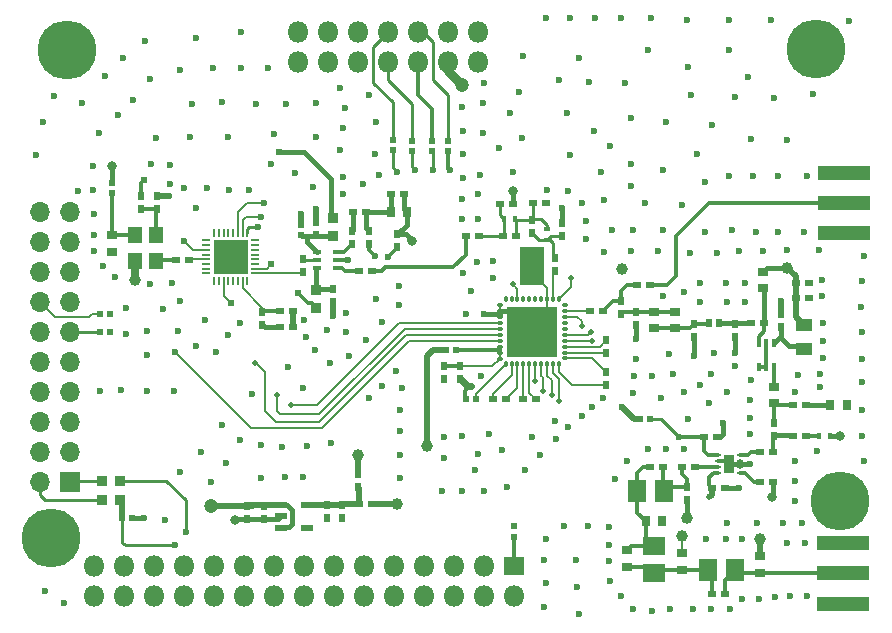
<source format=gbr>
%TF.GenerationSoftware,KiCad,Pcbnew,8.0.6*%
%TF.CreationDate,2024-11-23T19:50:46+06:00*%
%TF.ProjectId,sicomm_slaveboard_BK4819_v2,7369636f-6d6d-45f7-936c-617665626f61,rev?*%
%TF.SameCoordinates,Original*%
%TF.FileFunction,Copper,L1,Top*%
%TF.FilePolarity,Positive*%
%FSLAX46Y46*%
G04 Gerber Fmt 4.6, Leading zero omitted, Abs format (unit mm)*
G04 Created by KiCad (PCBNEW 8.0.6) date 2024-11-23 19:50:46*
%MOMM*%
%LPD*%
G01*
G04 APERTURE LIST*
%TA.AperFunction,SMDPad,CuDef*%
%ADD10R,4.200000X4.200000*%
%TD*%
%TA.AperFunction,SMDPad,CuDef*%
%ADD11R,2.000000X3.200000*%
%TD*%
%TA.AperFunction,SMDPad,CuDef*%
%ADD12R,0.565700X0.540000*%
%TD*%
%TA.AperFunction,SMDPad,CuDef*%
%ADD13R,0.540000X0.790100*%
%TD*%
%TA.AperFunction,SMDPad,CuDef*%
%ADD14R,0.790100X0.540000*%
%TD*%
%TA.AperFunction,SMDPad,CuDef*%
%ADD15R,0.864000X0.800000*%
%TD*%
%TA.AperFunction,SMDPad,CuDef*%
%ADD16R,1.377000X1.132500*%
%TD*%
%TA.AperFunction,SMDPad,CuDef*%
%ADD17R,0.350000X0.780000*%
%TD*%
%TA.AperFunction,SMDPad,CuDef*%
%ADD18R,4.500000X1.300000*%
%TD*%
%TA.AperFunction,SMDPad,CuDef*%
%ADD19R,0.400000X0.550000*%
%TD*%
%TA.AperFunction,SMDPad,CuDef*%
%ADD20R,1.200000X1.400000*%
%TD*%
%TA.AperFunction,SMDPad,CuDef*%
%ADD21R,0.200000X0.700000*%
%TD*%
%TA.AperFunction,SMDPad,CuDef*%
%ADD22R,2.900000X2.900000*%
%TD*%
%TA.AperFunction,SMDPad,CuDef*%
%ADD23R,0.700000X0.200000*%
%TD*%
%TA.AperFunction,SMDPad,CuDef*%
%ADD24R,0.900000X0.800000*%
%TD*%
%TA.AperFunction,SMDPad,CuDef*%
%ADD25R,0.780000X0.350000*%
%TD*%
%TA.AperFunction,SMDPad,CuDef*%
%ADD26R,0.540000X0.565700*%
%TD*%
%TA.AperFunction,SMDPad,CuDef*%
%ADD27R,0.864000X0.806500*%
%TD*%
%TA.AperFunction,SMDPad,CuDef*%
%ADD28R,0.800000X0.864000*%
%TD*%
%TA.AperFunction,SMDPad,CuDef*%
%ADD29R,0.800000X0.900000*%
%TD*%
%TA.AperFunction,SMDPad,CuDef*%
%ADD30R,1.836000X1.485000*%
%TD*%
%TA.AperFunction,SMDPad,CuDef*%
%ADD31R,1.485000X1.836000*%
%TD*%
%TA.AperFunction,SMDPad,CuDef*%
%ADD32R,0.550000X0.400000*%
%TD*%
%TA.AperFunction,SMDPad,CuDef*%
%ADD33R,0.500000X0.648000*%
%TD*%
%TA.AperFunction,SMDPad,CuDef*%
%ADD34R,0.806500X0.864000*%
%TD*%
%TA.AperFunction,SMDPad,CuDef*%
%ADD35R,1.000000X0.600000*%
%TD*%
%TA.AperFunction,SMDPad,CuDef*%
%ADD36O,0.300000X0.600000*%
%TD*%
%TA.AperFunction,SMDPad,CuDef*%
%ADD37O,0.600000X0.300000*%
%TD*%
%TA.AperFunction,SMDPad,CuDef*%
%ADD38R,0.505000X0.280000*%
%TD*%
%TA.AperFunction,SMDPad,CuDef*%
%ADD39R,0.900000X1.650000*%
%TD*%
%TA.AperFunction,ComponentPad*%
%ADD40O,1.800000X1.800000*%
%TD*%
%TA.AperFunction,ComponentPad*%
%ADD41O,1.700000X1.700000*%
%TD*%
%TA.AperFunction,ComponentPad*%
%ADD42R,1.700000X1.700000*%
%TD*%
%TA.AperFunction,ComponentPad*%
%ADD43R,1.800000X1.574800*%
%TD*%
%TA.AperFunction,ComponentPad*%
%ADD44O,5.000000X5.000000*%
%TD*%
%TA.AperFunction,ViaPad*%
%ADD45C,0.600000*%
%TD*%
%TA.AperFunction,ViaPad*%
%ADD46C,0.500000*%
%TD*%
%TA.AperFunction,ViaPad*%
%ADD47C,1.200000*%
%TD*%
%TA.AperFunction,ViaPad*%
%ADD48C,1.000000*%
%TD*%
%TA.AperFunction,ViaPad*%
%ADD49C,0.800000*%
%TD*%
%TA.AperFunction,ViaPad*%
%ADD50C,0.620000*%
%TD*%
%TA.AperFunction,Conductor*%
%ADD51C,0.200000*%
%TD*%
%TA.AperFunction,Conductor*%
%ADD52C,0.400000*%
%TD*%
%TA.AperFunction,Conductor*%
%ADD53C,0.500000*%
%TD*%
%TA.AperFunction,Conductor*%
%ADD54C,0.700000*%
%TD*%
%TA.AperFunction,Conductor*%
%ADD55C,0.600000*%
%TD*%
%TA.AperFunction,Conductor*%
%ADD56C,0.800000*%
%TD*%
%TA.AperFunction,Conductor*%
%ADD57C,0.300000*%
%TD*%
%TA.AperFunction,Conductor*%
%ADD58C,0.150000*%
%TD*%
%TA.AperFunction,Conductor*%
%ADD59C,0.250000*%
%TD*%
G04 APERTURE END LIST*
D10*
%TO.P,Pad_gge255906,3*%
%TO.N,GND*%
X33147000Y-10376900D03*
%TD*%
D11*
%TO.P,Pad_gge257249,4*%
%TO.N,GND*%
X33147000Y-4788900D03*
%TD*%
D12*
%TO.P,R6,2*%
%TO.N,U44_5*%
X43104800Y-17742900D03*
%TO.P,R6,1*%
%TO.N,A3V3_3811*%
X42239200Y-17742900D03*
%TD*%
D13*
%TO.P,C7,2*%
%TO.N,U4_4*%
X54229000Y-9943100D03*
%TO.P,C7,1*%
%TO.N,GND*%
X54229000Y-8852900D03*
%TD*%
D14*
%TO.P,C13,2*%
%TO.N,NC_2*%
X56298100Y-19177000D03*
%TO.P,C13,1*%
%TO.N,C35_2*%
X55207900Y-19177000D03*
%TD*%
D15*
%TO.P,L6,2*%
%TO.N,A3V3_3811*%
X52705000Y-5269100D03*
%TO.P,L6,1*%
%TO.N,C26_1*%
X52705000Y-6668900D03*
%TD*%
D16*
%TO.P,R8,2*%
%TO.N,A3V3_3811*%
X56134000Y-9795000D03*
%TO.P,R8,1*%
%TO.N,U4_4*%
X56134000Y-11795000D03*
%TD*%
D17*
%TO.P,U4,1*%
%TO.N,GND*%
X52309000Y-13309100D03*
%TO.P,U4,2*%
X52959000Y-13309100D03*
%TO.P,U4,3*%
%TO.N,L1_1*%
X53609000Y-13309100D03*
%TO.P,U4,4*%
%TO.N,U4_4*%
X53609000Y-11328900D03*
%TO.P,U4,5*%
%TO.N,GND*%
X52959000Y-11328900D03*
%TO.P,U4,6*%
%TO.N,C26_1*%
X52309000Y-11328900D03*
%TD*%
D18*
%TO.P,LNA_IN,1*%
%TO.N,GND*%
X59563000Y3058000D03*
%TO.P,LNA_IN,2*%
X59563000Y-2042000D03*
%TO.P,LNA_IN,5*%
%TO.N,LNA_IN_5*%
X59563000Y508100D03*
%TD*%
D19*
%TO.P,NC,2*%
%TO.N,NC_2*%
X57462000Y-19177100D03*
%TO.P,NC,1*%
%TO.N,GND*%
X58361900Y-19177100D03*
%TD*%
D14*
%TO.P,C3,2*%
%TO.N,LNA_IN_5*%
X43090100Y-6439900D03*
%TO.P,C3,1*%
%TO.N,RF_RX_LNAOUT*%
X41999900Y-6439900D03*
%TD*%
D13*
%TO.P,C12,2*%
%TO.N,L15_2*%
X40640000Y-8890000D03*
%TO.P,C12,1*%
%TO.N,RF_RX_LNAOUT*%
X40640000Y-7799800D03*
%TD*%
%TO.P,U2,2*%
%TO.N,C254_1*%
X0Y0D03*
%TO.P,U2,1*%
%TO.N,A3V3_4819*%
X0Y1090200D03*
%TD*%
D14*
%TO.P,C26,2*%
%TO.N,L14_1*%
X51651900Y-9614900D03*
%TO.P,C26,1*%
%TO.N,C26_1*%
X52742100Y-9614900D03*
%TD*%
D20*
%TO.P,X2,1*%
%TO.N,X2_1*%
X-494000Y-2164800D03*
%TO.P,X2,2*%
%TO.N,GND*%
X-494000Y-4365000D03*
%TO.P,X2,3*%
%TO.N,X2_3*%
X1256000Y-4365000D03*
%TO.P,X2,4*%
%TO.N,C254_1*%
X1256000Y-2164800D03*
%TD*%
D21*
%TO.P,BK4819,9*%
%TO.N,N/C*%
X6220000Y-6084000D03*
%TO.P,BK4819,10*%
X6620000Y-6084000D03*
%TO.P,BK4819,11*%
%TO.N,A3V3_4819*%
X7020100Y-6084000D03*
%TO.P,BK4819,12*%
%TO.N,N/C*%
X7420100Y-6084000D03*
%TO.P,BK4819,13*%
X7819900Y-6084000D03*
%TO.P,BK4819,14*%
X8219900Y-6084000D03*
%TO.P,BK4819,15*%
%TO.N,BK4819_15*%
X8620000Y-6084000D03*
%TO.P,BK4819,16*%
%TO.N,N/C*%
X9020000Y-6084000D03*
%TO.P,BK4819,25*%
%TO.N,SPI3_SCK*%
X9020000Y-1970000D03*
%TO.P,BK4819,26*%
%TO.N,LD_SPI3_CS*%
X8620000Y-1970000D03*
%TO.P,BK4819,27*%
%TO.N,SPI3_MOSI*%
X8219900Y-1970000D03*
%TO.P,BK4819,28*%
%TO.N,N/C*%
X7819900Y-1970000D03*
%TO.P,BK4819,29*%
X7420100Y-1970000D03*
%TO.P,BK4819,30*%
X7020100Y-1970000D03*
%TO.P,BK4819,31*%
X6620000Y-1970000D03*
%TO.P,BK4819,32*%
X6220000Y-1970000D03*
D22*
%TO.P,BK4819,33*%
%TO.N,GND*%
X7620000Y-4027200D03*
D23*
%TO.P,BK4819,1*%
%TO.N,N/C*%
X5563100Y-2627100D03*
%TO.P,BK4819,2*%
X5563100Y-3026900D03*
%TO.P,BK4819,3*%
%TO.N,A3V3_4819*%
X5563100Y-3427000D03*
%TO.P,BK4819,4*%
%TO.N,N/C*%
X5563100Y-3827000D03*
%TO.P,BK4819,5*%
%TO.N,XI*%
X5563100Y-4227100D03*
%TO.P,BK4819,6*%
%TO.N,N/C*%
X5563100Y-4627100D03*
%TO.P,BK4819,7*%
X5563100Y-5026900D03*
%TO.P,BK4819,8*%
X5563100Y-5426900D03*
%TO.P,BK4819,17*%
%TO.N,RF_TX_4819*%
X9676900Y-5426900D03*
%TO.P,BK4819,18*%
%TO.N,BK4819_18*%
X9676900Y-5026900D03*
%TO.P,BK4819,19*%
%TO.N,N/C*%
X9676900Y-4627100D03*
%TO.P,BK4819,20*%
X9676900Y-4227100D03*
%TO.P,BK4819,21*%
X9676900Y-3827000D03*
%TO.P,BK4819,22*%
X9676900Y-3427000D03*
%TO.P,BK4819,23*%
X9676900Y-3026900D03*
%TO.P,BK4819,24*%
X9676900Y-2627100D03*
%TD*%
D14*
%TO.P,C25,2*%
%TO.N,C105_2*%
X21171900Y1307100D03*
%TO.P,C25,1*%
%TO.N,C103_1*%
X22262100Y1307100D03*
%TD*%
D13*
%TO.P,C209,2*%
%TO.N,PE4259_6*%
X16256000Y-6783800D03*
%TO.P,C209,1*%
%TO.N,GND*%
X16256000Y-7874000D03*
%TD*%
%TO.P,C210,2*%
%TO.N,RF_TX_4819*%
X13716000Y-5334000D03*
%TO.P,C210,1*%
%TO.N,PE4259_5*%
X13716000Y-4243800D03*
%TD*%
%TO.P,C211,2*%
%TO.N,PE4259_4*%
X14859000Y-2159000D03*
%TO.P,C211,1*%
%TO.N,GND*%
X14859000Y-1068800D03*
%TD*%
%TO.P,C212,2*%
%TO.N,PE4259_3*%
X17907000Y-2921000D03*
%TO.P,C212,1*%
%TO.N,RF_TX*%
X17907000Y-1830800D03*
%TD*%
D14*
%TO.P,C213,2*%
%TO.N,PE4259_1*%
X18504900Y-5207000D03*
%TO.P,C213,1*%
%TO.N,3811_RXLO*%
X19595100Y-5207000D03*
%TD*%
%TO.P,C224,2*%
%TO.N,XI*%
X4101100Y-4280900D03*
%TO.P,C224,1*%
%TO.N,X2_3*%
X3010900Y-4280900D03*
%TD*%
D24*
%TO.P,C225,2*%
%TO.N,GND*%
X-2413000Y-3583900D03*
%TO.P,C225,1*%
%TO.N,X2_1*%
X-2413000Y-2183900D03*
%TD*%
D13*
%TO.P,C228,2*%
%TO.N,C228_2*%
X10287000Y-9779000D03*
%TO.P,C228,1*%
%TO.N,BK4819_15*%
X10287000Y-8688800D03*
%TD*%
%TO.P,C254,2*%
%TO.N,GND*%
X1397000Y1090200D03*
%TO.P,C254,1*%
%TO.N,C254_1*%
X1397000Y0D03*
%TD*%
D14*
%TO.P,L45,2*%
%TO.N,GND*%
X12864100Y-8598900D03*
%TO.P,L45,1*%
%TO.N,BK4819_15*%
X11773900Y-8598900D03*
%TD*%
%TO.P,L46,2*%
%TO.N,C228_2*%
X11773900Y-9995900D03*
%TO.P,L46,1*%
%TO.N,GND*%
X12864100Y-9995900D03*
%TD*%
D25*
%TO.P,PE4259,1*%
%TO.N,PE4259_1*%
X16588000Y-4930900D03*
%TO.P,PE4259,2*%
%TO.N,GND*%
X16588000Y-4280900D03*
%TO.P,PE4259,3*%
%TO.N,PE4259_3*%
X16588000Y-3630900D03*
%TO.P,PE4259,4*%
%TO.N,PE4259_4*%
X14908000Y-3630900D03*
%TO.P,PE4259,5*%
%TO.N,PE4259_5*%
X14908000Y-4280900D03*
%TO.P,PE4259,6*%
%TO.N,PE4259_6*%
X14908000Y-4930900D03*
%TD*%
D26*
%TO.P,R1,2*%
%TO.N,GND*%
X13589000Y-1308100D03*
%TO.P,R1,1*%
%TO.N,PE4259_4*%
X13589000Y-2173700D03*
%TD*%
D27*
%TO.P,R12,2*%
%TO.N,PE4259_CTL_LMX_CE*%
X16256000Y-733500D03*
%TO.P,R12,1*%
%TO.N,PE4259_4*%
X16256000Y-2240300D03*
%TD*%
%TO.P,R108,2*%
%TO.N,A3V3_4819*%
X14859000Y-8336300D03*
%TO.P,R108,1*%
%TO.N,PE4259_6*%
X14859000Y-6829500D03*
%TD*%
D26*
%TO.P,R115,2*%
%TO.N,X2_1*%
X-2413000Y1345200D03*
%TO.P,R115,1*%
%TO.N,MODR*%
X-2413000Y2210800D03*
%TD*%
D14*
%TO.P,C10,2*%
%TO.N,U44_5*%
X47714900Y-19266900D03*
%TO.P,C10,1*%
%TO.N,GND*%
X48805100Y-19266900D03*
%TD*%
%TO.P,C11,2*%
%TO.N,U44_8*%
X48349900Y-23584900D03*
%TO.P,C11,1*%
%TO.N,GND*%
X49440100Y-23584900D03*
%TD*%
D12*
%TO.P,R7,2*%
%TO.N,GND*%
X-710200Y-26162000D03*
%TO.P,R7,1*%
%TO.N,U44_8*%
X-1575800Y-26162000D03*
%TD*%
D14*
%TO.P,C8,2*%
%TO.N,A3V3_3811*%
X55461900Y-7493000D03*
%TO.P,C8,1*%
%TO.N,GND*%
X56552100Y-7493000D03*
%TD*%
%TO.P,C9,2*%
%TO.N,GND*%
X56552100Y-6223000D03*
%TO.P,C9,1*%
%TO.N,A3V3_3811*%
X55461900Y-6223000D03*
%TD*%
%TO.P,C6,2*%
%TO.N,C55_1*%
X55207900Y-16599900D03*
%TO.P,C6,1*%
%TO.N,C6_1*%
X56298100Y-16599900D03*
%TD*%
D28*
%TO.P,L2,2*%
%TO.N,GND*%
X59755000Y-16599900D03*
%TO.P,L2,1*%
%TO.N,C6_1*%
X58355000Y-16599900D03*
%TD*%
D13*
%TO.P,U1,2*%
%TO.N,A3V3_4819*%
X18415000Y-22404800D03*
%TO.P,U1,1*%
%TO.N,A3V3*%
X18415000Y-23495000D03*
%TD*%
D18*
%TO.P,ANT,1*%
%TO.N,GND*%
X59436000Y-28274000D03*
%TO.P,ANT,2*%
X59436000Y-33373800D03*
%TO.P,ANT,5*%
%TO.N,L4_1*%
X59436000Y-30823900D03*
%TD*%
D13*
%TO.P,C1,2*%
%TO.N,GND*%
X10414000Y-26199100D03*
%TO.P,C1,1*%
%TO.N,VBAT*%
X10414000Y-25108900D03*
%TD*%
D14*
%TO.P,C20,2*%
%TO.N,U23_34*%
X32347900Y-16091900D03*
%TO.P,C20,1*%
%TO.N,U23_35*%
X33438100Y-16091900D03*
%TD*%
D13*
%TO.P,C22,2*%
%TO.N,U23_1*%
X39370000Y-13768800D03*
%TO.P,C22,1*%
%TO.N,U23_40*%
X39370000Y-14859000D03*
%TD*%
D24*
%TO.P,C28,2*%
%TO.N,L3_1*%
X45847000Y-30507900D03*
%TO.P,C28,1*%
%TO.N,GND*%
X45847000Y-29107900D03*
%TD*%
D14*
%TO.P,C29,2*%
%TO.N,L3_1*%
X48349900Y-32601900D03*
%TO.P,C29,1*%
%TO.N,L4_1*%
X49440100Y-32601900D03*
%TD*%
%TO.P,C30,2*%
%TO.N,U44_7*%
X46900100Y-21806900D03*
%TO.P,C30,1*%
%TO.N,L5_2*%
X45809900Y-21806900D03*
%TD*%
D29*
%TO.P,C31,2*%
%TO.N,L3_2*%
X42734000Y-26378900D03*
%TO.P,C31,1*%
%TO.N,GND*%
X44134000Y-26378900D03*
%TD*%
D14*
%TO.P,C32,2*%
%TO.N,L5_2*%
X44233100Y-21806900D03*
%TO.P,C32,1*%
%TO.N,L3_2*%
X43142900Y-21806900D03*
%TD*%
D24*
%TO.P,C33,2*%
%TO.N,L3_2*%
X41148000Y-28853900D03*
%TO.P,C33,1*%
%TO.N,L3_1*%
X41148000Y-30253900D03*
%TD*%
D13*
%TO.P,C34,2*%
%TO.N,L5_2*%
X46228000Y-23547800D03*
%TO.P,C34,1*%
%TO.N,GND*%
X46228000Y-24638000D03*
%TD*%
D14*
%TO.P,C35,2*%
%TO.N,C35_2*%
X53504100Y-20536900D03*
%TO.P,C35,1*%
%TO.N,RX_IN*%
X52413900Y-20536900D03*
%TD*%
D24*
%TO.P,C41,2*%
%TO.N,GND*%
X52451000Y-29361900D03*
%TO.P,C41,1*%
%TO.N,L4_1*%
X52451000Y-30761900D03*
%TD*%
D14*
%TO.P,C54,2*%
%TO.N,C103_1*%
X53504100Y-23076900D03*
%TO.P,C54,1*%
%TO.N,U44_1*%
X52413900Y-23076900D03*
%TD*%
D13*
%TO.P,C55,2*%
%TO.N,C35_2*%
X53594000Y-19177000D03*
%TO.P,C55,1*%
%TO.N,C55_1*%
X53594000Y-18086800D03*
%TD*%
%TO.P,C58,2*%
%TO.N,GND*%
X50292000Y-10795000D03*
%TO.P,C58,1*%
%TO.N,L14_1*%
X50292000Y-9704800D03*
%TD*%
%TO.P,C59,2*%
%TO.N,GND*%
X46863000Y-10795000D03*
%TO.P,C59,1*%
%TO.N,L14_2*%
X46863000Y-9704800D03*
%TD*%
%TO.P,C60,2*%
%TO.N,GND*%
X41910000Y-9779000D03*
%TO.P,C60,1*%
%TO.N,L15_2*%
X41910000Y-8688800D03*
%TD*%
D24*
%TO.P,C61,2*%
%TO.N,L15_2*%
X45212000Y-8660900D03*
%TO.P,C61,1*%
%TO.N,L14_2*%
X45212000Y-10060900D03*
%TD*%
D13*
%TO.P,C103,2*%
%TO.N,GND*%
X21717000Y-3212100D03*
%TO.P,C103,1*%
%TO.N,C103_1*%
X21717000Y-2121900D03*
%TD*%
D14*
%TO.P,C105,2*%
%TO.N,C105_2*%
X19087100Y-216900D03*
%TO.P,C105,1*%
%TO.N,RF_TX*%
X17996900Y-216900D03*
%TD*%
D13*
%TO.P,C129,2*%
%TO.N,GND*%
X19304000Y-2921000D03*
%TO.P,C129,1*%
%TO.N,C105_2*%
X19304000Y-1830800D03*
%TD*%
%TO.P,C160,2*%
%TO.N,GND*%
X15748000Y-26162000D03*
%TO.P,C160,1*%
%TO.N,A3V3*%
X15748000Y-25071800D03*
%TD*%
%TO.P,C161,2*%
%TO.N,A3V3*%
X17018000Y-25071800D03*
%TO.P,C161,1*%
%TO.N,GND*%
X17018000Y-26162000D03*
%TD*%
%TO.P,C163,2*%
%TO.N,VBAT*%
X9017000Y-25108900D03*
%TO.P,C163,1*%
%TO.N,GND*%
X9017000Y-26199100D03*
%TD*%
D14*
%TO.P,C235,2*%
%TO.N,C235_2*%
X30898100Y-16091900D03*
%TO.P,C235,1*%
%TO.N,C235_1*%
X29807900Y-16091900D03*
%TD*%
D13*
%TO.P,C236,2*%
%TO.N,GND*%
X25654000Y-14351000D03*
%TO.P,C236,1*%
%TO.N,C236_1*%
X25654000Y-13260800D03*
%TD*%
%TO.P,C237,2*%
%TO.N,C236_1*%
X27051000Y-13260800D03*
%TO.P,C237,1*%
%TO.N,GND*%
X27051000Y-14351000D03*
%TD*%
D14*
%TO.P,C238,2*%
%TO.N,3811_RXLO*%
X27521900Y-2248900D03*
%TO.P,C238,1*%
%TO.N,C238_1*%
X28612100Y-2248900D03*
%TD*%
%TO.P,C239,2*%
%TO.N,GND*%
X34327100Y545100D03*
%TO.P,C239,1*%
%TO.N,C239_1*%
X33236900Y545100D03*
%TD*%
%TO.P,C240,2*%
%TO.N,GND*%
X31533100Y418100D03*
%TO.P,C240,1*%
%TO.N,C238_1*%
X30442900Y418100D03*
%TD*%
D13*
%TO.P,C241,2*%
%TO.N,GND*%
X35687000Y-1195800D03*
%TO.P,C241,1*%
%TO.N,C241_1*%
X35687000Y-2286000D03*
%TD*%
D14*
%TO.P,C242,2*%
%TO.N,C238_1*%
X30696900Y-2248900D03*
%TO.P,C242,1*%
%TO.N,C239_1*%
X31787100Y-2248900D03*
%TD*%
D13*
%TO.P,C243,2*%
%TO.N,C241_1*%
X33147000Y-2032000D03*
%TO.P,C243,1*%
%TO.N,C239_1*%
X33147000Y-941800D03*
%TD*%
%TO.P,C244,2*%
%TO.N,C241_1*%
X35052000Y-4116800D03*
%TO.P,C244,1*%
%TO.N,C244_1*%
X35052000Y-5207000D03*
%TD*%
D14*
%TO.P,C245,2*%
%TO.N,RF_RX_LNAOUT*%
X39153100Y-8598900D03*
%TO.P,C245,1*%
%TO.N,C245_1*%
X38062900Y-8598900D03*
%TD*%
D13*
%TO.P,C246,2*%
%TO.N,C246_2*%
X39370000Y-11101800D03*
%TO.P,C246,1*%
%TO.N,C246_1*%
X39370000Y-12192000D03*
%TD*%
D15*
%TO.P,L1,1*%
%TO.N,L1_1*%
X53594000Y-15010900D03*
%TO.P,L1,2*%
%TO.N,C55_1*%
X53594000Y-16410900D03*
%TD*%
D30*
%TO.P,L3,2*%
%TO.N,L3_2*%
X43434000Y-28538400D03*
%TO.P,L3,1*%
%TO.N,L3_1*%
X43434000Y-30823400D03*
%TD*%
D31*
%TO.P,L4,2*%
%TO.N,L3_1*%
X48006500Y-30569900D03*
%TO.P,L4,1*%
%TO.N,L4_1*%
X50291500Y-30569900D03*
%TD*%
%TO.P,L5,2*%
%TO.N,L5_2*%
X44322500Y-23838900D03*
%TO.P,L5,1*%
%TO.N,L3_2*%
X42037500Y-23838900D03*
%TD*%
D19*
%TO.P,L7,2*%
%TO.N,C239_1*%
X31692100Y-851900D03*
%TO.P,L7,1*%
%TO.N,C238_1*%
X30791900Y-851900D03*
%TD*%
D32*
%TO.P,L8,2*%
%TO.N,C241_1*%
X34417000Y-2572000D03*
%TO.P,L8,1*%
%TO.N,C239_1*%
X34417000Y-1671800D03*
%TD*%
D33*
%TO.P,L14,1*%
%TO.N,L14_1*%
X48947800Y-9614900D03*
%TO.P,L14,2*%
%TO.N,L14_2*%
X48080200Y-9614900D03*
%TD*%
D15*
%TO.P,L15,2*%
%TO.N,L15_2*%
X43434000Y-8660900D03*
%TO.P,L15,1*%
%TO.N,L14_2*%
X43434000Y-10060900D03*
%TD*%
D28*
%TO.P,L54,2*%
%TO.N,C103_1*%
X22544000Y-216900D03*
%TO.P,L54,1*%
%TO.N,C105_2*%
X21144000Y-216900D03*
%TD*%
D12*
%TO.P,R26,2*%
%TO.N,R26_2*%
X-3480800Y-10376900D03*
%TO.P,R26,1*%
%TO.N,N/C*%
X-2615200Y-10376900D03*
%TD*%
D26*
%TO.P,R27,2*%
%TO.N,R27_2*%
X31623000Y-27700700D03*
%TO.P,R27,1*%
%TO.N,N/C*%
X31623000Y-26835100D03*
%TD*%
D12*
%TO.P,R28,2*%
%TO.N,N/C*%
X-2615200Y-8852900D03*
%TO.P,R28,1*%
%TO.N,R28_1*%
X-3480800Y-8852900D03*
%TD*%
D34*
%TO.P,R31,2*%
%TO.N,TX_PDN*%
X-3293400Y-24638000D03*
%TO.P,R31,1*%
%TO.N,U44_8*%
X-1786600Y-24638000D03*
%TD*%
%TO.P,R32,2*%
%TO.N,U44_5*%
X-1786600Y-22987000D03*
%TO.P,R32,1*%
%TO.N,RX_PDN*%
X-3293400Y-22987000D03*
%TD*%
D12*
%TO.P,R116,2*%
%TO.N,R116_2*%
X28372800Y-16091900D03*
%TO.P,R116,1*%
%TO.N,GND*%
X27507200Y-16091900D03*
%TD*%
%TO.P,R117,2*%
%TO.N,C236_1*%
X26721800Y-11900900D03*
%TO.P,R117,1*%
%TO.N,A3V3_3811*%
X25856200Y-11900900D03*
%TD*%
D35*
%TO.P,U19,2*%
%TO.N,GND*%
X11853900Y-25997900D03*
%TO.P,U19,3*%
%TO.N,VBAT*%
X11853900Y-26947900D03*
%TO.P,U19,1*%
X11853900Y-25047900D03*
%TO.P,U19,4*%
%TO.N,N/C*%
X14054100Y-26947900D03*
%TO.P,U19,5*%
%TO.N,A3V3*%
X14054100Y-25047900D03*
%TD*%
D36*
%TO.P,U23,40*%
%TO.N,U23_40*%
X35395200Y-13128700D03*
%TO.P,U23,39*%
%TO.N,U23_39*%
X34895300Y-13128700D03*
%TO.P,U23,38*%
%TO.N,U23_38*%
X34395200Y-13128700D03*
%TO.P,U23,37*%
%TO.N,U23_37*%
X33895300Y-13128700D03*
%TO.P,U23,36*%
%TO.N,U23_36*%
X33395200Y-13128700D03*
%TO.P,U23,35*%
%TO.N,U23_35*%
X32895300Y-13128700D03*
%TO.P,U23,34*%
%TO.N,U23_34*%
X32395200Y-13128700D03*
%TO.P,U23,33*%
%TO.N,C235_2*%
X31895300Y-13128700D03*
%TO.P,U23,32*%
%TO.N,C235_1*%
X31395200Y-13128700D03*
%TO.P,U23,31*%
%TO.N,R116_2*%
X30895300Y-13128700D03*
D37*
%TO.P,U23,30*%
%TO.N,C236_1*%
X30395200Y-12628600D03*
%TO.P,U23,29*%
X30395200Y-12128700D03*
%TO.P,U23,28*%
X30395200Y-11628600D03*
%TO.P,U23,27*%
%TO.N,MSPI_MOSI*%
X30395200Y-11128700D03*
%TO.P,U23,26*%
%TO.N,MSPI_SCLK*%
X30395200Y-10628600D03*
%TO.P,U23,25*%
%TO.N,MSPI_MISO*%
X30395200Y-10128700D03*
%TO.P,U23,24*%
%TO.N,MSPI_CS1*%
X30395200Y-9628600D03*
%TO.P,U23,23*%
%TO.N,GND*%
X30395200Y-9128700D03*
%TO.P,U23,22*%
X30395200Y-8628600D03*
%TO.P,U23,21*%
X30395200Y-8128700D03*
D36*
%TO.P,U23,20*%
%TO.N,N/C*%
X30895300Y-7628600D03*
%TO.P,U23,19*%
X31395200Y-7628600D03*
%TO.P,U23,18*%
%TO.N,VCC_LO*%
X31895300Y-7628600D03*
%TO.P,U23,17*%
%TO.N,N/C*%
X32395200Y-7628600D03*
%TO.P,U23,16*%
X32895300Y-7628600D03*
%TO.P,U23,15*%
X33395200Y-7628600D03*
%TO.P,U23,14*%
X33895300Y-7628600D03*
%TO.P,U23,13*%
%TO.N,GND*%
X34395200Y-7628600D03*
%TO.P,U23,12*%
%TO.N,C244_1*%
X34895300Y-7628600D03*
%TO.P,U23,11*%
%TO.N,VCC_LO*%
X35395200Y-7628600D03*
D37*
%TO.P,U23,10*%
%TO.N,N/C*%
X35895300Y-8128700D03*
%TO.P,U23,9*%
%TO.N,C245_1*%
X35895300Y-8628600D03*
%TO.P,U23,8*%
%TO.N,VCC_RF*%
X35895300Y-9128700D03*
%TO.P,U23,7*%
%TO.N,N/C*%
X35895300Y-9628600D03*
%TO.P,U23,6*%
X35895300Y-10128700D03*
%TO.P,U23,5*%
%TO.N,VCC_LNA*%
X35895300Y-10628600D03*
%TO.P,U23,4*%
%TO.N,VCC_RXIF*%
X35895300Y-11128700D03*
%TO.P,U23,3*%
%TO.N,C246_2*%
X35895300Y-11628600D03*
%TO.P,U23,2*%
%TO.N,C246_1*%
X35895300Y-12128700D03*
%TO.P,U23,1*%
%TO.N,U23_1*%
X35881300Y-12621700D03*
%TD*%
D14*
%TO.P,U39,2*%
%TO.N,A3V3_3811*%
X19595100Y-24981900D03*
%TO.P,U39,1*%
%TO.N,A3V3*%
X18504900Y-24981900D03*
%TD*%
D38*
%TO.P,U44,1*%
%TO.N,U44_1*%
X50711600Y-22303000D03*
%TO.P,U44,2*%
%TO.N,GND*%
X50711600Y-21802800D03*
%TO.P,U44,3*%
X50711600Y-21303000D03*
%TO.P,U44,4*%
%TO.N,RX_IN*%
X50711600Y-20802800D03*
%TO.P,U44,5*%
%TO.N,U44_5*%
X48856400Y-20802800D03*
%TO.P,U44,6*%
%TO.N,GND*%
X48856400Y-21303000D03*
%TO.P,U44,7*%
%TO.N,U44_7*%
X48856400Y-21802800D03*
%TO.P,U44,8*%
%TO.N,U44_8*%
X48856400Y-22303000D03*
D39*
%TO.P,U44,9*%
%TO.N,GND*%
X49784000Y-21552900D03*
%TD*%
D26*
%TO.P,R2,2*%
%TO.N,U23_36*%
X26035000Y4901200D03*
%TO.P,R2,1*%
%TO.N,RINP*%
X26035000Y5766800D03*
%TD*%
%TO.P,R3,2*%
%TO.N,U23_37*%
X24638000Y4901200D03*
%TO.P,R3,1*%
%TO.N,RINN*%
X24638000Y5766800D03*
%TD*%
%TO.P,R4,2*%
%TO.N,U23_38*%
X22987000Y4901200D03*
%TO.P,R4,1*%
%TO.N,LINP*%
X22987000Y5766800D03*
%TD*%
%TO.P,R5,2*%
%TO.N,U23_39*%
X21336000Y5028200D03*
%TO.P,R5,1*%
%TO.N,LINN*%
X21336000Y5893800D03*
%TD*%
D40*
%TO.P,JP3,14*%
%TO.N,N/C*%
X13333200Y12481100D03*
%TO.P,JP3,13*%
X13333200Y15021100D03*
%TO.P,JP3,12*%
%TO.N,MODR*%
X15873200Y12481100D03*
%TO.P,JP3,11*%
%TO.N,N/C*%
X15873200Y15021100D03*
%TO.P,JP3,10*%
%TO.N,GND*%
X18413200Y12481100D03*
%TO.P,JP3,9*%
X18413200Y15021100D03*
%TO.P,JP3,8*%
%TO.N,LINP*%
X20953200Y12481100D03*
%TO.P,JP3,7*%
%TO.N,LINN*%
X20953200Y15021100D03*
%TO.P,JP3,6*%
%TO.N,RINN*%
X23493200Y12481100D03*
%TO.P,JP3,5*%
%TO.N,RINP*%
X23493200Y15021100D03*
%TO.P,JP3,4*%
%TO.N,GND*%
X26033200Y12481100D03*
%TO.P,JP3,3*%
X26033200Y15021100D03*
%TO.P,JP3,2*%
%TO.N,N/C*%
X28573200Y12481100D03*
%TO.P,JP3,1*%
X28573200Y15021100D03*
%TD*%
D41*
%TO.P,JP2,20*%
%TO.N,PE4259_CTL_LMX_CE*%
X-8510800Y-218900D03*
%TO.P,JP2,19*%
%TO.N,N/C*%
X-5970800Y-218900D03*
%TO.P,JP2,18*%
X-8510800Y-2758900D03*
%TO.P,JP2,17*%
%TO.N,GND*%
X-5970800Y-2758900D03*
%TO.P,JP2,16*%
%TO.N,N/C*%
X-8510800Y-5298900D03*
%TO.P,JP2,15*%
X-5970800Y-5298900D03*
%TO.P,JP2,14*%
%TO.N,R28_1*%
X-8510800Y-7838900D03*
%TO.P,JP2,13*%
%TO.N,N/C*%
X-5970800Y-7838900D03*
%TO.P,JP2,12*%
%TO.N,MSPI_MOSI*%
X-8510800Y-10378900D03*
%TO.P,JP2,11*%
%TO.N,R26_2*%
X-5970800Y-10378900D03*
%TO.P,JP2,10*%
%TO.N,MSPI_MISO*%
X-8510800Y-12918900D03*
%TO.P,JP2,9*%
%TO.N,MSPI_SCLK*%
X-5970800Y-12918900D03*
%TO.P,JP2,8*%
%TO.N,MSPI_CS1*%
X-8510800Y-15458900D03*
%TO.P,JP2,7*%
%TO.N,N/C*%
X-5970800Y-15458900D03*
%TO.P,JP2,6*%
%TO.N,LD_SPI3_CS*%
X-8510800Y-17998900D03*
%TO.P,JP2,5*%
%TO.N,SPI3_SCK*%
X-5970800Y-17998900D03*
%TO.P,JP2,4*%
%TO.N,N/C*%
X-8510800Y-20538900D03*
%TO.P,JP2,3*%
%TO.N,SPI3_MOSI*%
X-5970800Y-20538900D03*
%TO.P,JP2,2*%
%TO.N,TX_PDN*%
X-8510800Y-23078900D03*
D42*
%TO.P,JP2,1*%
%TO.N,RX_PDN*%
X-5970800Y-23078700D03*
%TD*%
D40*
%TO.P,JP1,30*%
%TO.N,GND*%
X-3938800Y-32730900D03*
%TO.P,JP1,29*%
X-3938800Y-30190900D03*
%TO.P,JP1,28*%
%TO.N,VBAT*%
X-1398800Y-32730900D03*
%TO.P,JP1,27*%
X-1398800Y-30190900D03*
%TO.P,JP1,26*%
%TO.N,N/C*%
X1141200Y-32730900D03*
%TO.P,JP1,25*%
X1141200Y-30190900D03*
%TO.P,JP1,24*%
X3681200Y-32730900D03*
%TO.P,JP1,23*%
X3681200Y-30190900D03*
%TO.P,JP1,22*%
X6221200Y-32730900D03*
%TO.P,JP1,21*%
X6221200Y-30190900D03*
%TO.P,JP1,20*%
X8761200Y-32730900D03*
%TO.P,JP1,19*%
X8761200Y-30190900D03*
%TO.P,JP1,18*%
X11301200Y-32730900D03*
%TO.P,JP1,17*%
X11301200Y-30190900D03*
%TO.P,JP1,16*%
X13841200Y-32730900D03*
%TO.P,JP1,15*%
X13841200Y-30190900D03*
%TO.P,JP1,14*%
X16381200Y-32730900D03*
%TO.P,JP1,13*%
X16381200Y-30190900D03*
%TO.P,JP1,12*%
X18921200Y-32730900D03*
%TO.P,JP1,11*%
X18921200Y-30190900D03*
%TO.P,JP1,10*%
X21461200Y-32730900D03*
%TO.P,JP1,9*%
X21461200Y-30190900D03*
%TO.P,JP1,8*%
X24001200Y-32730900D03*
%TO.P,JP1,7*%
X24001200Y-30190900D03*
%TO.P,JP1,6*%
X26541200Y-32730900D03*
%TO.P,JP1,5*%
X26541200Y-30190900D03*
%TO.P,JP1,4*%
X29081200Y-32730900D03*
%TO.P,JP1,3*%
X29081200Y-30190900D03*
%TO.P,JP1,2*%
%TO.N,GND*%
X31621200Y-32730900D03*
D43*
%TO.P,JP1,1*%
%TO.N,R27_2*%
X31621200Y-30190700D03*
%TD*%
D44*
%TO.P,Pad_gge111627,1*%
%TO.N,GND*%
X-6223000Y13499100D03*
%TD*%
%TO.P,Pad_gge189569,1*%
%TO.N,GND*%
X57150000Y13589000D03*
%TD*%
%TO.P,Pad_gge290440,1*%
%TO.N,GND*%
X59182000Y-24727900D03*
%TD*%
%TO.P,Pad_gge303765,1*%
%TO.N,GND*%
X-7620000Y-27813000D03*
%TD*%
D45*
%TO.N,GND*%
X2451636Y2158100D03*
D46*
X31623000Y-12154900D03*
X31623000Y-11265900D03*
X31623000Y-10376900D03*
X31623000Y-9487900D03*
X31623000Y-8598900D03*
X33147000Y-8598900D03*
X33147000Y-9487900D03*
X33147000Y-10376900D03*
X33147000Y-11265900D03*
X33147000Y-12154900D03*
X34544000Y-12154900D03*
X34544000Y-11265900D03*
X34544000Y-10376900D03*
X34544000Y-9487900D03*
X34544000Y-8598900D03*
%TO.N,U23_36*%
X33401000Y-14567900D03*
%TO.N,U23_37*%
X34036000Y-15367000D03*
%TO.N,U23_38*%
X34798000Y-15748000D03*
%TO.N,U23_39*%
X35433000Y-16256000D03*
D45*
%TO.N,U23_36*%
X26162000Y3302000D03*
%TO.N,U23_37*%
X24765000Y3302000D03*
%TO.N,U23_38*%
X23241000Y3302000D03*
%TO.N,U23_39*%
X21717000Y3175000D03*
D46*
%TO.N,VCC_LO*%
X31496000Y-6312900D03*
%TO.N,MSPI_CS1*%
X12700000Y-16599900D03*
%TO.N,MSPI_MISO*%
X11557000Y-15710900D03*
%TO.N,MSPI_SCLK*%
X9652000Y-13043900D03*
D47*
%TO.N,VBAT*%
X5969000Y-25108900D03*
D48*
%TO.N,A3V3_3811*%
X21717000Y-24981900D03*
X24257000Y-20066000D03*
D46*
%TO.N,VCC_LO*%
X36449000Y-5804900D03*
D45*
%TO.N,U44_8*%
X2921000Y-28410900D03*
D46*
X48133000Y-24384000D03*
D45*
%TO.N,U44_5*%
X3810000Y-27305000D03*
X45593000Y-19266900D03*
D48*
%TO.N,A3V3_3811*%
X40767000Y-5042900D03*
X54737000Y-4953000D03*
%TO.N,A3V3_4819*%
X18415000Y-20790900D03*
D49*
%TO.N,MODR*%
X-2413000Y3683000D03*
D46*
%TO.N,VCC_RXIF*%
X38227000Y-11138900D03*
%TO.N,VCC_LNA*%
X38100000Y-10376900D03*
%TO.N,VCC_RF*%
X37338000Y-9868900D03*
D45*
%TO.N,GND*%
X56261000Y-28283900D03*
X54737000Y-28283900D03*
D48*
X52400000Y-27902900D03*
D45*
X56388000Y-32728900D03*
X54991000Y-32728900D03*
X53721000Y-32855900D03*
X50927000Y-27902900D03*
X49530000Y-27902900D03*
X47879000Y-27902900D03*
D48*
X45800000Y-27648900D03*
X46228000Y-26101000D03*
D45*
X50673000Y-23584900D03*
X49657000Y-26543000D03*
X52197000Y-26543000D03*
X55372000Y-24727900D03*
X56007000Y-26543000D03*
X54356000Y-26543000D03*
X52324000Y-32982900D03*
X50927000Y-32982900D03*
X49911000Y-33871900D03*
X48260000Y-33871900D03*
X46736000Y-33871900D03*
X44831000Y-33871900D03*
X34163000Y-33655000D03*
X39624000Y-26924000D03*
X34290000Y-31623000D03*
X34163000Y-29718000D03*
X34290000Y-27940000D03*
X42926000Y-20320000D03*
X44450000Y-20320000D03*
X45974000Y-20320000D03*
X61214000Y-21336000D03*
X61087000Y-19177000D03*
X61087000Y-16980900D03*
X61087000Y-14605000D03*
X61087000Y-12700000D03*
X61087000Y-10414000D03*
X60960000Y-8255000D03*
X61087000Y-6096000D03*
X61214000Y-3937000D03*
X57531000Y-15075900D03*
X57531000Y-13932900D03*
X57785000Y-12573000D03*
X57785000Y-11176000D03*
X57785000Y-9652000D03*
X57658000Y-7366000D03*
X57658000Y-5969000D03*
X53975000Y-1905000D03*
X52070000Y-1905000D03*
X44196000Y-1740900D03*
X41656000Y-1740900D03*
X39878000Y-1740900D03*
X55372000Y-15456900D03*
X55626000Y-14059900D03*
X51181000Y-7874000D03*
X49657000Y-7874000D03*
X47371000Y-7874000D03*
X45974000Y-6985000D03*
X54737000Y-3429000D03*
X52705000Y-3556000D03*
X50673000Y-3556000D03*
X48768000Y-3683000D03*
X41910000Y-11011900D03*
X41910000Y-12700000D03*
X41783000Y-14097000D03*
X41656000Y-15583900D03*
X49276000Y-18123900D03*
X50292000Y-13297900D03*
X50292000Y-12154900D03*
X48514000Y-12154900D03*
X46863000Y-12408900D03*
X44704000Y-12281900D03*
X43307000Y-14097000D03*
X45974000Y-15456900D03*
X49657000Y-15494000D03*
X47371000Y-14859000D03*
X45085000Y-13932900D03*
X48260000Y-13932900D03*
X35052000Y-17907000D03*
X39116000Y-15964900D03*
X38227000Y-16764000D03*
X37338000Y-17488900D03*
X36195000Y-18415000D03*
X35179000Y-19431000D03*
X25654000Y-21044900D03*
X25654000Y-19304000D03*
X27178000Y-19177000D03*
X29464000Y-19050000D03*
X29083000Y-8852900D03*
X27559000Y-8852900D03*
X19050000Y-11049000D03*
X17653000Y-12446000D03*
X16002000Y-13043900D03*
X14732000Y-11900900D03*
X13970000Y-10795000D03*
X-1651000Y-15329900D03*
X3302000Y-22225000D03*
X5969000Y-23114000D03*
X7239000Y-21463000D03*
X10160000Y-22733000D03*
X8382000Y-19558000D03*
X10160000Y-19939000D03*
X11938000Y-20155900D03*
X14097000Y-20028900D03*
X16129000Y-19812000D03*
X12192000Y-22695900D03*
X13716000Y-22695900D03*
X19304000Y-15964900D03*
X17399000Y-10376900D03*
X16256000Y-9017000D03*
X15748000Y-10249900D03*
X27305000Y-5423900D03*
X28448000Y-4445000D03*
X29845000Y-4407900D03*
X29845000Y-5804900D03*
X27940000Y-6947900D03*
X28575000Y-851900D03*
X27178000Y-851900D03*
X17272000Y8546100D03*
X17145000Y6895100D03*
X16891000Y4990100D03*
X17145000Y2704100D03*
X30607000Y-20409900D03*
X33147000Y-19266900D03*
X53340000Y16039100D03*
X49784000Y16039100D03*
X46609000Y9689100D03*
X43180000Y16166100D03*
X46228000Y16039100D03*
X40640000Y16166100D03*
X38481000Y16166100D03*
X36322000Y16166100D03*
X34290000Y16166100D03*
X28956000Y6477000D03*
X30353000Y5207000D03*
X28702000Y2921000D03*
X28575000Y1270000D03*
X39243000Y799100D03*
X41529000Y1942100D03*
X49784000Y2794000D03*
X47752000Y2286000D03*
X59944000Y15912100D03*
X381000Y14261100D03*
X4699000Y14515100D03*
X8509000Y15023100D03*
X-7366000Y9562100D03*
X-8255000Y7403100D03*
X-8890000Y4609100D03*
X-8128000Y-32347900D03*
X-6477000Y-33363900D03*
X35687000Y127000D03*
X39751000Y5334000D03*
X41529000Y3847100D03*
X44196000Y3339100D03*
X45847000Y381000D03*
X762000Y11049000D03*
X3302000Y11811000D03*
X6096000Y11938000D03*
X8509000Y11938000D03*
X10795000Y11938000D03*
X-5334000Y1561100D03*
X-1270000Y-10541000D03*
X38989000Y3175000D03*
X36195000Y1524000D03*
X41529000Y-3556000D03*
X39243000Y-3645900D03*
X51562000Y-21552900D03*
D49*
X59182000Y-19177000D03*
D46*
X49784000Y-21552900D03*
D50*
%TO.N,A3V3_4819*%
X7620000Y-7963900D03*
%TO.N,BK4819_18*%
X11049000Y-4661900D03*
%TO.N,PE4259_CTL_LMX_CE*%
X11684000Y4863100D03*
D45*
%TO.N,SPI3_MOSI*%
X10414000Y508000D03*
%TO.N,LD_SPI3_CS*%
X10160000Y-635000D03*
%TO.N,SPI3_SCK*%
X9906000Y-1524000D03*
%TO.N,A3V3_4819*%
X3683000Y-2667000D03*
D50*
X254000Y2450100D03*
D45*
%TO.N,GND*%
X-1524000Y12827000D03*
X-3048000Y11303000D03*
X-4953000Y9017000D03*
X16891000Y10287000D03*
X14859000Y9017000D03*
X12319000Y8890000D03*
X9779000Y8890000D03*
X6858000Y9054100D03*
X4318000Y8927100D03*
X1270000Y6006100D03*
X4191000Y6133100D03*
X7366000Y6133100D03*
X11303000Y6387100D03*
X14859000Y6133100D03*
X13081000Y3085100D03*
X11049000Y3810000D03*
X13589000Y-381000D03*
X889000Y3847100D03*
X508000Y-10287000D03*
X3175000Y-10287000D03*
X1905000Y-8471900D03*
X762000Y-6350000D03*
X-1270000Y-8344900D03*
D50*
%TO.N,A3V3_4819*%
X13335000Y-7112000D03*
D45*
%TO.N,GND*%
X39751000Y-31458900D03*
X32258000Y6006100D03*
X61087000Y-33363900D03*
X59436000Y-33363900D03*
X57785000Y-33363900D03*
X57912000Y-28283900D03*
X59563000Y-28283900D03*
X61214000Y-28283900D03*
X43307000Y-33998900D03*
X41656000Y-33871900D03*
X40640000Y-32728900D03*
X39624000Y-29807900D03*
X39624000Y-28410900D03*
X57404000Y-3429000D03*
X56134000Y-1905000D03*
D46*
X7620000Y-4027200D03*
X7620000Y-3010900D03*
X8636000Y-3010900D03*
X8636000Y-4026900D03*
X8636000Y-5042900D03*
X7620000Y-5042900D03*
X6604000Y-3010900D03*
X6604000Y-4027200D03*
X6604000Y-5042900D03*
D45*
%TO.N,A3V3_3811*%
X40767000Y-16726900D03*
%TO.N,MSPI_MOSI*%
X2921000Y-12065000D03*
D49*
%TO.N,C103_1*%
X22987000Y-2667000D03*
X53467000Y-24384000D03*
D45*
%TO.N,GND*%
X14859000Y0D03*
X17526000Y-4318000D03*
X19812000Y-3937000D03*
X20955000Y-4064000D03*
X2413000Y1143000D03*
X54229000Y-7747000D03*
X13843000Y-9398000D03*
X17399000Y-8763000D03*
X27940000Y-14986000D03*
X28829000Y-14097000D03*
D49*
X8001000Y-26289000D03*
D45*
X254000Y-26162000D03*
X34417000Y1651000D03*
D49*
X31496000Y1524000D03*
D45*
X31496000Y3175000D03*
X35814000Y-26797000D03*
X37846000Y-26797000D03*
X40132000Y-22860000D03*
X41148000Y-21336000D03*
X59563000Y-2042000D03*
X60960000Y-2032000D03*
X58039000Y-2032000D03*
X58166000Y3048000D03*
X59690000Y3038000D03*
X61087000Y3048000D03*
X50038000Y-1778000D03*
X47752000Y-1905000D03*
X46482000Y-3683000D03*
X56388000Y2794000D03*
X53975000Y2794000D03*
X51816000Y2794000D03*
X37719000Y-2540000D03*
X43815000Y-3556000D03*
X51181000Y-6223000D03*
X49530000Y-6223000D03*
X47371000Y-6223000D03*
X44196000Y-7366000D03*
X51689000Y-14478000D03*
X51562000Y-16129000D03*
X51562000Y-17653000D03*
X51562000Y-19050000D03*
X48133000Y-16383000D03*
X46355000Y-17780000D03*
X44069000Y-16002000D03*
X37719000Y-1016000D03*
X37338000Y508000D03*
X28956000Y9017000D03*
X29083000Y10668000D03*
X27178000Y889000D03*
X27305000Y2667000D03*
X27305000Y4699000D03*
X27305000Y6604000D03*
X27178000Y8636000D03*
D47*
X27178000Y10541000D03*
D45*
X19304000Y9652000D03*
X19939000Y7366000D03*
X19812000Y4699000D03*
X20193000Y2921000D03*
X18796000Y2159000D03*
X17145000Y1270000D03*
X14605000Y1905000D03*
D48*
X-500000Y-6000000D03*
D45*
X-2159000Y-5715000D03*
X-3175000Y-4826000D03*
X-3937000Y-3556000D03*
X-3937000Y-2159000D03*
X-3937000Y-381000D03*
X-4064000Y1651000D03*
X-4064000Y3683000D03*
X-3556000Y6477000D03*
X-1905000Y8001000D03*
X-635000Y9271000D03*
X4699000Y127000D03*
X2507488Y3758100D03*
X3683000Y1778000D03*
X5588000Y1778000D03*
X7493000Y1651000D03*
X9144000Y1651000D03*
X21844000Y-8128000D03*
X21844000Y-6477000D03*
X25527000Y-23876000D03*
X27178000Y-23876000D03*
X29083000Y-23876000D03*
X30988000Y-23495000D03*
X32512000Y-22098000D03*
X33782000Y-20828000D03*
X28321000Y-22098000D03*
X28575000Y-20701000D03*
X20447000Y-14986000D03*
X21590000Y-13716000D03*
X22098000Y-15113000D03*
X21971000Y-17018000D03*
X21971000Y-18796000D03*
X21971000Y-20828000D03*
X21971000Y-22733000D03*
X4699000Y-11557000D03*
X508000Y-12319000D03*
X508000Y-15367000D03*
X2794000Y-15367000D03*
X-3429000Y-15367000D03*
X5080000Y-20574000D03*
X6858000Y-18288000D03*
X35433000Y10922000D03*
X37973000Y10795000D03*
X41021000Y10668000D03*
X46355000Y12065000D03*
X53594000Y9398000D03*
X48387000Y7112000D03*
X41529000Y7747000D03*
X36068000Y8128000D03*
X37084000Y12827000D03*
X42926000Y13462000D03*
X49784000Y13462000D03*
X51435000Y11176000D03*
X51689000Y5969000D03*
X50292000Y9525000D03*
X32385000Y12954000D03*
X32004000Y9906000D03*
X31242000Y8128000D03*
X47117000Y4699000D03*
X38354000Y6604000D03*
X36322000Y4572000D03*
X54737000Y5842000D03*
X56896000Y9779000D03*
X55372000Y-22987000D03*
X55372000Y-21336000D03*
X57277000Y-20447000D03*
X42672000Y508000D03*
X44450000Y7366000D03*
X2032000Y-26289000D03*
X20447000Y-9525000D03*
X12446000Y-13335000D03*
X13716000Y-15113000D03*
X8382000Y-9652000D03*
X7366000Y-10668000D03*
X6350000Y-12065000D03*
X9398000Y-15621000D03*
X3302000Y-7747000D03*
X5461000Y-9398000D03*
X2667000Y-6223000D03*
X36830000Y-29718000D03*
X36957000Y-32004000D03*
X37084000Y-34290000D03*
X19939000Y-7620000D03*
%TD*%
D51*
%TO.N,GND*%
X45950100Y-26378900D02*
X46228000Y-26101000D01*
X45800000Y-29060900D02*
X45847000Y-29107900D01*
X45800000Y-27648900D02*
X45800000Y-29060900D01*
D52*
X46228000Y-24638000D02*
X46228000Y-26101000D01*
D51*
X52451000Y-27953900D02*
X52400000Y-27902900D01*
D53*
X52451000Y-29361900D02*
X52451000Y-27953900D01*
X1449800Y1143000D02*
X1397000Y1090200D01*
X2413000Y1143000D02*
X1449800Y1143000D01*
D51*
X-494000Y-4365000D02*
X-500000Y-4371000D01*
D54*
X-500000Y-4371000D02*
X-500000Y-6000000D01*
D55*
X27051000Y-14351000D02*
X27686000Y-14986000D01*
X27686000Y-14986000D02*
X27940000Y-14986000D01*
D56*
X26032500Y12480500D02*
X26032500Y11685500D01*
X26032500Y11685500D02*
X27178000Y10540000D01*
D57*
%TO.N,U44_5*%
X48856900Y-20803600D02*
X48006000Y-20790900D01*
X48006000Y-20790900D02*
X47713900Y-20498800D01*
X47713900Y-20498800D02*
X47713900Y-19266900D01*
%TO.N,RX_IN*%
X50711100Y-20803600D02*
X51435000Y-20790900D01*
X51435000Y-20790900D02*
X51689000Y-20536900D01*
X51689000Y-20536900D02*
X52412900Y-20536900D01*
%TO.N,L5_2*%
X44322500Y-23838900D02*
X44233100Y-23749500D01*
X44233100Y-23749500D02*
X44233100Y-21806900D01*
X45808900Y-21806900D02*
X45808900Y-22403800D01*
X45808900Y-22403800D02*
X46228000Y-22822900D01*
X46228000Y-22822900D02*
X46228000Y-23546800D01*
%TO.N,U44_7*%
X48856900Y-21801800D02*
X46901100Y-21806900D01*
D52*
%TO.N,VBAT*%
X11853900Y-26947900D02*
X11914900Y-26886900D01*
X11914900Y-26886900D02*
X12573000Y-26886900D01*
X12573000Y-26886900D02*
X12827000Y-26632900D01*
X12827000Y-26632900D02*
X12827000Y-25489900D01*
X12827000Y-25489900D02*
X12385000Y-25048000D01*
X12385000Y-25048000D02*
X11853900Y-25048000D01*
D51*
%TO.N,GND*%
X30395200Y-8128700D02*
X30395200Y-9124200D01*
D57*
%TO.N,RINN*%
X24638000Y5766800D02*
X24638000Y8509000D01*
X24638000Y8509000D02*
X23493200Y9653800D01*
X23493200Y9653800D02*
X23493200Y12481100D01*
%TO.N,L15_2*%
X41910000Y-8688800D02*
X41937900Y-8660900D01*
X41937900Y-8660900D02*
X43434000Y-8660900D01*
D52*
%TO.N,GND*%
X31533100Y418100D02*
X31496000Y455200D01*
X31496000Y455200D02*
X31496000Y1524000D01*
X254000Y-26162000D02*
X-710200Y-26162000D01*
X-710200Y-26162000D02*
X-710200Y-26162000D01*
X11853900Y-25997900D02*
X11652800Y-26199100D01*
X11652800Y-26199100D02*
X10414000Y-26199100D01*
X10414000Y-26199100D02*
X9017000Y-26199100D01*
X8001000Y-26289000D02*
X8090900Y-26199100D01*
X8090900Y-26199100D02*
X9017000Y-26199100D01*
D57*
X27507200Y-16091900D02*
X27432000Y-16016700D01*
X27432000Y-16016700D02*
X27432000Y-15367000D01*
X27432000Y-15367000D02*
X27813000Y-14986000D01*
X27813000Y-14986000D02*
X27940000Y-14986000D01*
%TO.N,C236_1*%
X30396200Y-11629100D02*
X30396200Y-11900900D01*
X30396200Y-11900900D02*
X26720800Y-11900900D01*
D58*
X30396200Y-12627400D02*
X29763700Y-13259800D01*
X29763700Y-13259800D02*
X27051000Y-13259800D01*
D51*
%TO.N,MSPI_CS1*%
X30396200Y-9627600D02*
X21866900Y-9627600D01*
X21866900Y-9627600D02*
X14897100Y-16599900D01*
X14897100Y-16599900D02*
X12700000Y-16599900D01*
D53*
%TO.N,GND*%
X16256000Y-9017000D02*
X16256000Y-7874000D01*
X12864100Y-9995900D02*
X12864100Y-8598900D01*
X54229000Y-7747000D02*
X54229000Y-8852900D01*
D57*
X20955000Y-4064000D02*
X21717000Y-3302000D01*
X21717000Y-3302000D02*
X21717000Y-3212100D01*
X19812000Y-3937000D02*
X19304000Y-3429000D01*
X19304000Y-3429000D02*
X19304000Y-2921000D01*
X16588000Y-4280900D02*
X16625100Y-4318000D01*
X16625100Y-4318000D02*
X17526000Y-4318000D01*
%TO.N,PE4259_1*%
X16588700Y-4931200D02*
X16995100Y-4931200D01*
X16995100Y-4931200D02*
X17272000Y-5208000D01*
X17272000Y-5208000D02*
X18503900Y-5208000D01*
D53*
%TO.N,GND*%
X13589000Y-1308100D02*
X13589000Y-381000D01*
X14859000Y-1068800D02*
X14859000Y0D01*
D58*
%TO.N,U23_35*%
X33438100Y-16091900D02*
X32895300Y-15549100D01*
X32895300Y-15549100D02*
X32895300Y-13128800D01*
%TO.N,U23_36*%
X33395200Y-13128800D02*
X33401000Y-13134600D01*
X33401000Y-13134600D02*
X33401000Y-14567900D01*
%TO.N,U23_38*%
X34798000Y-15748000D02*
X34798000Y-14478000D01*
X34798000Y-14478000D02*
X34395200Y-14075200D01*
X34395200Y-14075200D02*
X34395200Y-13128800D01*
%TO.N,U23_37*%
X33895200Y-13128800D02*
X33909000Y-14097000D01*
X33909000Y-14097000D02*
X34036000Y-14224000D01*
X34036000Y-14224000D02*
X34036000Y-15367000D01*
D57*
%TO.N,LNA_IN_5*%
X45593000Y-1994900D02*
X48095900Y508000D01*
X48095900Y508000D02*
X59563000Y508000D01*
D59*
%TO.N,LINN*%
X21336000Y5893800D02*
X21336000Y9054100D01*
X21336000Y9054100D02*
X19685000Y10705100D01*
X19685000Y10705100D02*
X19685000Y13753100D01*
X19685000Y13753100D02*
X20952500Y15020500D01*
%TO.N,LINP*%
X22987000Y5767300D02*
X22987000Y8889000D01*
X22987000Y8889000D02*
X20952500Y10923500D01*
X20952500Y10923500D02*
X20952500Y12480500D01*
%TO.N,RINP*%
X26035000Y5766800D02*
X26035000Y9689100D01*
X26035000Y9689100D02*
X24765000Y10959100D01*
X24765000Y10959100D02*
X24765000Y14134100D01*
X24765000Y14134100D02*
X23876000Y15020500D01*
X23876000Y15020500D02*
X23492500Y15020500D01*
D52*
%TO.N,C103_1*%
X21717000Y-2121900D02*
X22441900Y-2121900D01*
X22441900Y-2121900D02*
X22987000Y-2667000D01*
X22545000Y-216900D02*
X22545000Y-1293900D01*
X22545000Y-1293900D02*
X21717000Y-2121900D01*
D51*
%TO.N,U23_39*%
X34895300Y-13128800D02*
X34925000Y-13158500D01*
X34925000Y-13158500D02*
X34925000Y-13841500D01*
X34925000Y-13841500D02*
X35433000Y-14349500D01*
X35433000Y-14349500D02*
X35433000Y-16256000D01*
D52*
%TO.N,C103_1*%
X53467000Y-24384000D02*
X53504100Y-24346900D01*
X53504100Y-24346900D02*
X53504100Y-23076900D01*
D57*
%TO.N,3811_RXLO*%
X27520900Y-2248900D02*
X27520900Y-3849100D01*
X27520900Y-3849100D02*
X26454100Y-4915900D01*
X26454100Y-4915900D02*
X20701000Y-4915900D01*
D59*
%TO.N,U44_5*%
X-1785600Y-22988000D02*
X2159000Y-22988000D01*
X2159000Y-22988000D02*
X3810000Y-24639000D01*
X3810000Y-24639000D02*
X3810000Y-27306000D01*
%TO.N,U44_8*%
X-1574800Y-26163000D02*
X-1574800Y-28245800D01*
X-1574800Y-28245800D02*
X-1270000Y-28448000D01*
X-1270000Y-28448000D02*
X2921000Y-28410900D01*
D52*
%TO.N,A3V3_3811*%
X52705000Y-5269200D02*
X53021200Y-4953000D01*
X53021200Y-4953000D02*
X54737000Y-4953000D01*
%TO.N,C26_1*%
X52705000Y-6669000D02*
X52742100Y-6706100D01*
X52742100Y-6706100D02*
X52742100Y-9614900D01*
%TO.N,U4_4*%
X56134000Y-11795000D02*
X55896000Y-11557000D01*
X55896000Y-11557000D02*
X54864000Y-11557000D01*
X54864000Y-11557000D02*
X54229000Y-10922000D01*
X54229000Y-10922000D02*
X54229000Y-9943100D01*
X53609000Y-11328900D02*
X54229000Y-10708900D01*
X54229000Y-10708900D02*
X54229000Y-9943100D01*
D53*
%TO.N,A3V3_3811*%
X55461900Y-7493000D02*
X55461900Y-9122900D01*
X55461900Y-9122900D02*
X56134000Y-9795000D01*
X55461900Y-7493000D02*
X55461900Y-6223000D01*
X55461900Y-6223000D02*
X55461900Y-6223000D01*
X54737000Y-4953000D02*
X55461900Y-5677900D01*
X55461900Y-5677900D02*
X55461900Y-6223000D01*
D59*
%TO.N,U23_39*%
X21717000Y3175000D02*
X21336000Y3556000D01*
X21336000Y3556000D02*
X21336000Y5028200D01*
D51*
%TO.N,MSPI_MOSI*%
X30396200Y-11128800D02*
X22743200Y-11128800D01*
X22743200Y-11128800D02*
X15367000Y-18504900D01*
X15367000Y-18504900D02*
X9359900Y-18504900D01*
X9359900Y-18504900D02*
X2921000Y-12066000D01*
%TO.N,LD_SPI3_CS*%
X8620800Y-1969500D02*
X8620800Y-905300D01*
X8620800Y-905300D02*
X8890000Y-636000D01*
X8890000Y-636000D02*
X10160000Y-636000D01*
%TO.N,SPI3_MOSI*%
X8219900Y-1970000D02*
X8219900Y-254000D01*
X8219900Y-254000D02*
X8981900Y508000D01*
X8981900Y508000D02*
X10414000Y508000D01*
D59*
%TO.N,SPI3_SCK*%
X9020000Y-1970000D02*
X9020000Y-1648000D01*
X9020000Y-1648000D02*
X9144000Y-1524000D01*
X9144000Y-1524000D02*
X9906000Y-1524000D01*
D57*
%TO.N,X2_1*%
X-2413000Y1345200D02*
X-2413000Y-2183900D01*
%TO.N,C254_1*%
X1397000Y0D02*
X1256000Y-141000D01*
X1256000Y-141000D02*
X1256000Y-2164800D01*
X0Y0D02*
X1397000Y0D01*
%TO.N,A3V3_4819*%
X254000Y2450100D02*
X0Y2196100D01*
X0Y2196100D02*
X0Y1090200D01*
%TO.N,X2_1*%
X-494000Y-2164800D02*
X-513100Y-2183900D01*
X-513100Y-2183900D02*
X-2413000Y-2183900D01*
%TO.N,X2_3*%
X1256000Y-4365000D02*
X1340100Y-4280900D01*
X1340100Y-4280900D02*
X3010900Y-4280900D01*
%TO.N,LNA_IN_5*%
X43091100Y-6439900D02*
X44577000Y-6439900D01*
X44577000Y-6439900D02*
X45339000Y-5677900D01*
X45339000Y-5677900D02*
X45339000Y-2248900D01*
X45339000Y-2248900D02*
X45593000Y-1994900D01*
%TO.N,RF_RX_LNAOUT*%
X40640000Y-7799800D02*
X40640000Y-6947900D01*
X40640000Y-6947900D02*
X41148000Y-6439900D01*
X41148000Y-6439900D02*
X41999900Y-6439900D01*
%TO.N,L15_2*%
X40640000Y-8890000D02*
X40841200Y-8688800D01*
X40841200Y-8688800D02*
X41910000Y-8688800D01*
%TO.N,RF_RX_LNAOUT*%
X39153100Y-8598900D02*
X39952200Y-7799800D01*
X39952200Y-7799800D02*
X40640000Y-7799800D01*
%TO.N,L15_2*%
X45212000Y-8660900D02*
X43434000Y-8660900D01*
X43434000Y-8660900D02*
X43434000Y-8660900D01*
%TO.N,L14_2*%
X45212000Y-10060900D02*
X43434000Y-10060900D01*
X43434000Y-10060900D02*
X43434000Y-10061000D01*
X46863000Y-9704800D02*
X46506900Y-10060900D01*
X46506900Y-10060900D02*
X45212000Y-10060900D01*
X48080200Y-9614900D02*
X47990300Y-9704800D01*
X47990300Y-9704800D02*
X46863000Y-9704800D01*
%TO.N,C26_1*%
X52309000Y-11328900D02*
X52309000Y-10772900D01*
X52309000Y-10772900D02*
X52742100Y-10339800D01*
X52742100Y-10339800D02*
X52742100Y-9614900D01*
%TO.N,L4_1*%
X52451000Y-30761900D02*
X52513000Y-30823900D01*
X52513000Y-30823900D02*
X59436000Y-30823900D01*
D51*
%TO.N,A3V3_4819*%
X5563100Y-3426900D02*
X4442900Y-3426900D01*
X4442900Y-3426900D02*
X3683000Y-2667000D01*
%TO.N,C245_1*%
X35895200Y-8628700D02*
X35925000Y-8598900D01*
X35925000Y-8598900D02*
X38062900Y-8598900D01*
D59*
%TO.N,U44_5*%
X43104800Y-17742900D02*
X44069000Y-17742900D01*
X44069000Y-17742900D02*
X45593000Y-19266900D01*
D53*
%TO.N,A3V3_3811*%
X40767000Y-16726900D02*
X41783000Y-17742900D01*
X41783000Y-17742900D02*
X42239200Y-17742900D01*
D58*
%TO.N,R28_1*%
X-3480800Y-8852900D02*
X-4168200Y-8852900D01*
X-4168200Y-8852900D02*
X-4422200Y-9106900D01*
X-4422200Y-9106900D02*
X-7244100Y-9106900D01*
X-7244100Y-9106900D02*
X-8511500Y-7839500D01*
D57*
%TO.N,PE4259_3*%
X16588700Y-3630700D02*
X17198300Y-3630700D01*
X17198300Y-3630700D02*
X17907000Y-2922000D01*
D53*
%TO.N,VBAT*%
X9017000Y-25108900D02*
X9077800Y-25048100D01*
X9077800Y-25048100D02*
X11854000Y-25048100D01*
X5969000Y-25108900D02*
X9476400Y-25108900D01*
X9476400Y-25108900D02*
X9537300Y-25048100D01*
%TO.N,A3V3*%
X17018000Y-25071800D02*
X16993900Y-25047800D01*
X16993900Y-25047800D02*
X14054200Y-25047800D01*
X17018000Y-25071800D02*
X17107900Y-24981900D01*
X17107900Y-24981900D02*
X18504900Y-24981900D01*
X18415000Y-23495000D02*
X18504900Y-23584900D01*
X18504900Y-23584900D02*
X18504900Y-24981900D01*
%TO.N,A3V3_3811*%
X19595100Y-24981900D02*
X21717000Y-24981900D01*
D59*
%TO.N,U23_38*%
X23241000Y3302000D02*
X22987000Y3556000D01*
X22987000Y3556000D02*
X22987000Y4901200D01*
%TO.N,U23_37*%
X24765000Y3302000D02*
X24765000Y4774200D01*
X24765000Y4774200D02*
X24638000Y4901200D01*
%TO.N,TX_PDN*%
X-3293400Y-24638000D02*
X-8090900Y-24638000D01*
X-8090900Y-24638000D02*
X-8511500Y-24217400D01*
X-8511500Y-24217400D02*
X-8511500Y-23079500D01*
%TO.N,RX_PDN*%
X-5971500Y-23079500D02*
X-5879000Y-22987000D01*
X-5879000Y-22987000D02*
X-3293400Y-22987000D01*
D53*
%TO.N,U44_8*%
X48133000Y-24384000D02*
X48349900Y-24167100D01*
X48349900Y-24167100D02*
X48349900Y-23584900D01*
X-1786600Y-24638000D02*
X-1575800Y-24848800D01*
X-1575800Y-24848800D02*
X-1575800Y-26162000D01*
D52*
%TO.N,MODR*%
X15746100Y12354200D02*
X15873100Y12481200D01*
D51*
%TO.N,GND*%
X34395200Y-7628700D02*
X34395200Y-8450000D01*
X34395200Y-8450000D02*
X34544000Y-8598900D01*
X34395200Y-7628700D02*
X34395200Y-6672000D01*
X34395200Y-6672000D02*
X33147000Y-5423900D01*
X33147000Y-5423900D02*
X33147000Y-4534900D01*
%TO.N,VCC_LO*%
X31895200Y-7628700D02*
X31895200Y-6712200D01*
X31895200Y-6712200D02*
X31496000Y-6312900D01*
%TO.N,MSPI_MISO*%
X30395200Y-10128800D02*
X22346200Y-10128800D01*
X22346200Y-10128800D02*
X15113000Y-17361900D01*
X15113000Y-17361900D02*
X11811000Y-17361900D01*
X11811000Y-17361900D02*
X11557000Y-17107900D01*
X11557000Y-17107900D02*
X11557000Y-15964900D01*
X11557000Y-15964900D02*
X11557000Y-15710900D01*
%TO.N,MSPI_SCLK*%
X30395200Y-10628700D02*
X22481200Y-10628700D01*
X22481200Y-10628700D02*
X22352000Y-10757900D01*
X22352000Y-10757900D02*
X15113000Y-17996900D01*
X15113000Y-17996900D02*
X13970000Y-17996900D01*
X13970000Y-17996900D02*
X11430000Y-17996900D01*
X11430000Y-17996900D02*
X10541000Y-17107900D01*
X10541000Y-17107900D02*
X10541000Y-13805900D01*
X10541000Y-13805900D02*
X9779000Y-13043900D01*
X9779000Y-13043900D02*
X9652000Y-13043900D01*
D53*
%TO.N,A3V3_3811*%
X24257000Y-20066000D02*
X24257000Y-12408900D01*
X24257000Y-12408900D02*
X24765000Y-11900900D01*
X24765000Y-11900900D02*
X25856200Y-11900900D01*
D58*
%TO.N,C246_2*%
X39370000Y-11101800D02*
X38843200Y-11628700D01*
X38843200Y-11628700D02*
X35895300Y-11628700D01*
%TO.N,C246_1*%
X39370000Y-12192000D02*
X39306800Y-12128800D01*
X39306800Y-12128800D02*
X35895300Y-12128800D01*
%TO.N,U23_1*%
X39370000Y-13768800D02*
X38223000Y-12621800D01*
X38223000Y-12621800D02*
X35881300Y-12621800D01*
%TO.N,U23_40*%
X39370000Y-14859000D02*
X36486100Y-14859000D01*
X36486100Y-14859000D02*
X35395200Y-13768000D01*
X35395200Y-13768000D02*
X35395200Y-13128800D01*
%TO.N,U23_34*%
X32395200Y-13128800D02*
X32347900Y-13176000D01*
X32347900Y-13176000D02*
X32347900Y-16091900D01*
%TO.N,C235_2*%
X31895200Y-13128800D02*
X31895200Y-15094800D01*
X31895200Y-15094800D02*
X30898100Y-16091900D01*
%TO.N,C235_1*%
X31394400Y-13127800D02*
X31394400Y-14034500D01*
X31394400Y-14034500D02*
X29807900Y-15621000D01*
X29807900Y-15621000D02*
X29807900Y-16091900D01*
%TO.N,R116_2*%
X30895200Y-13128800D02*
X28372800Y-15651200D01*
X28372800Y-15651200D02*
X28372800Y-16091900D01*
%TO.N,C236_1*%
X30395100Y-12128800D02*
X30395100Y-12628700D01*
X30395100Y-11628700D02*
X30395100Y-12128800D01*
D53*
%TO.N,A3V3_4819*%
X18415000Y-22404800D02*
X18415000Y-20790900D01*
D59*
%TO.N,C238_1*%
X30696900Y-2248900D02*
X30791900Y-2153900D01*
X30791900Y-2153900D02*
X30791900Y-851900D01*
X30791900Y-851900D02*
X30442900Y-502900D01*
X30442900Y-502900D02*
X30442900Y418100D01*
%TO.N,C239_1*%
X31692100Y-851900D02*
X31787100Y-946900D01*
X31787100Y-946900D02*
X31787100Y-2248900D01*
X31692100Y-851900D02*
X31782000Y-941800D01*
X31782000Y-941800D02*
X33147000Y-941800D01*
X33147000Y-941800D02*
X33236900Y-851900D01*
X33236900Y-851900D02*
X33236900Y545100D01*
X33147000Y-941800D02*
X33236900Y-851900D01*
X33236900Y-851900D02*
X33909000Y-851900D01*
X33909000Y-851900D02*
X34417000Y-1359900D01*
X34417000Y-1359900D02*
X34417000Y-1671800D01*
%TO.N,C241_1*%
X33147000Y-2032000D02*
X33687000Y-2572000D01*
X33687000Y-2572000D02*
X34417000Y-2572000D01*
X34417000Y-2572000D02*
X34703000Y-2286000D01*
X34703000Y-2286000D02*
X35687000Y-2286000D01*
X35052000Y-4116800D02*
X34925000Y-3989800D01*
X34925000Y-3989800D02*
X34925000Y-2883900D01*
X34925000Y-2883900D02*
X34613100Y-2572000D01*
X34613100Y-2572000D02*
X34417000Y-2572000D01*
D51*
%TO.N,VCC_LO*%
X35395200Y-7628700D02*
X36449000Y-6574900D01*
X36449000Y-6574900D02*
X36449000Y-5804900D01*
%TO.N,C244_1*%
X34895200Y-7628700D02*
X34895200Y-5363800D01*
X34895200Y-5363800D02*
X35052000Y-5207000D01*
%TO.N,VCC_RXIF*%
X35895200Y-11128800D02*
X35905400Y-11138900D01*
X35905400Y-11138900D02*
X37338000Y-11138900D01*
X37338000Y-11138900D02*
X38227000Y-11138900D01*
%TO.N,VCC_LNA*%
X35895200Y-10628600D02*
X37848300Y-10628600D01*
X37848300Y-10628600D02*
X38100000Y-10376900D01*
%TO.N,VCC_RF*%
X35895300Y-9128800D02*
X35917100Y-9106900D01*
X35917100Y-9106900D02*
X36957000Y-9106900D01*
X36957000Y-9106900D02*
X37338000Y-9487900D01*
X37338000Y-9487900D02*
X37338000Y-9868900D01*
D57*
%TO.N,L1_1*%
X53609000Y-13309100D02*
X53609000Y-14994900D01*
X53609000Y-14994900D02*
X53594000Y-15009900D01*
%TO.N,C55_1*%
X53594000Y-16410900D02*
X53783000Y-16599900D01*
X53783000Y-16599900D02*
X55207900Y-16599900D01*
X53594000Y-16410900D02*
X53594000Y-18086800D01*
%TO.N,C35_2*%
X53504100Y-20536900D02*
X53504100Y-19266900D01*
X53504100Y-19266900D02*
X53594000Y-19177000D01*
%TO.N,GND*%
X48856400Y-21303000D02*
X49534100Y-21303000D01*
X49534100Y-21303000D02*
X49784000Y-21552900D01*
%TO.N,U44_8*%
X48349900Y-23584900D02*
X48133000Y-23368000D01*
X48133000Y-23368000D02*
X48133000Y-22695900D01*
X48133000Y-22695900D02*
X48525900Y-22303000D01*
X48525900Y-22303000D02*
X48856400Y-22303000D01*
%TO.N,R27_2*%
X31623000Y-27699700D02*
X31620500Y-30191500D01*
%TO.N,NC_2*%
X56171100Y-19139900D02*
X56208200Y-19177000D01*
X56208200Y-19177000D02*
X57461900Y-19177000D01*
%TO.N,C236_1*%
X25654000Y-13260800D02*
X27051000Y-13260800D01*
%TO.N,U23_36*%
X26162000Y3302000D02*
X26035000Y3429000D01*
X26035000Y3429000D02*
X26035000Y4901200D01*
%TO.N,GND*%
X52959000Y-13309100D02*
X52409200Y-13309100D01*
X52409200Y-13309100D02*
X52309000Y-13208900D01*
X50711600Y-21802900D02*
X50711600Y-21303000D01*
%TO.N,U44_5*%
X45593000Y-19266900D02*
X47714900Y-19266900D01*
D52*
%TO.N,C35_2*%
X53594000Y-19177000D02*
X53631100Y-19139900D01*
X53631100Y-19139900D02*
X55080900Y-19139900D01*
%TO.N,C6_1*%
X56298100Y-16599900D02*
X58355000Y-16599900D01*
D57*
%TO.N,GND*%
X52959000Y-13208900D02*
X52959000Y-11328900D01*
D52*
%TO.N,L14_1*%
X48947800Y-9614900D02*
X51651900Y-9614900D01*
%TO.N,GND*%
X50292000Y-10795000D02*
X50292000Y-12154900D01*
X46863000Y-10795000D02*
X46863000Y-12408900D01*
X59182000Y-19177000D02*
X59182000Y-19177000D01*
X59182000Y-19177000D02*
X58361800Y-19177000D01*
X49276000Y-18123900D02*
X49276000Y-19012900D01*
X49276000Y-19012900D02*
X49022000Y-19266900D01*
X49022000Y-19266900D02*
X48806100Y-19266900D01*
X51562000Y-21552900D02*
X50711600Y-21552900D01*
X35687000Y-1195800D02*
X35687000Y127000D01*
X50673000Y-23584900D02*
X49440100Y-23584900D01*
X50711600Y-21552900D02*
X49784000Y-21552900D01*
X41910000Y-9779000D02*
X41910000Y-11011900D01*
X29083000Y-8852900D02*
X30395200Y-8852900D01*
X31623000Y-8598900D02*
X31593300Y-8628600D01*
X31593300Y-8628600D02*
X30395200Y-8628600D01*
%TO.N,MODR*%
X-2413000Y2210800D02*
X-2413000Y3683000D01*
D58*
%TO.N,A3V3_4819*%
X7020100Y-6084100D02*
X7020100Y-7364000D01*
X7020100Y-7364000D02*
X7620000Y-7963900D01*
D51*
%TO.N,BK4819_18*%
X9676900Y-5026900D02*
X10684000Y-5026900D01*
X10684000Y-5026900D02*
X11049000Y-4661900D01*
%TO.N,RF_TX_4819*%
X9676900Y-5427000D02*
X13623000Y-5427000D01*
X13623000Y-5427000D02*
X13716000Y-5334000D01*
D52*
%TO.N,PE4259_4*%
X13589000Y-2173700D02*
X13655500Y-2240300D01*
X13655500Y-2240300D02*
X16256000Y-2240300D01*
X14908000Y-3630900D02*
X14080000Y-2802900D01*
X14080000Y-2802900D02*
X14080000Y-2240300D01*
%TO.N,PE4259_6*%
X14908000Y-4930900D02*
X14859000Y-4979900D01*
X14859000Y-4979900D02*
X14859000Y-6829600D01*
X14859000Y-6829600D02*
X14904700Y-6783800D01*
X14904700Y-6783800D02*
X16256000Y-6783800D01*
%TO.N,C105_2*%
X19304000Y-1830800D02*
X19087100Y-1613900D01*
X19087100Y-1613900D02*
X19087100Y-216900D01*
%TO.N,RF_TX*%
X17907000Y-1830800D02*
X17996900Y-1740900D01*
X17996900Y-1740900D02*
X17996900Y-216900D01*
%TO.N,C105_2*%
X21144000Y-216900D02*
X21171900Y-189000D01*
X21171900Y-189000D02*
X21171900Y1307100D01*
%TO.N,C103_1*%
X22544000Y-216900D02*
X22262100Y65000D01*
X22262100Y65000D02*
X22262100Y1307100D01*
%TO.N,C105_2*%
X19087100Y-216900D02*
X21144000Y-216900D01*
%TO.N,PE4259_CTL_LMX_CE*%
X16256000Y-733500D02*
X16129000Y-606500D01*
X16129000Y-606500D02*
X16129000Y2577100D01*
X16129000Y2577100D02*
X13843000Y4863100D01*
X13843000Y4863100D02*
X11684000Y4863100D01*
D58*
%TO.N,SPI3_MOSI*%
X8219400Y-1969500D02*
X8255000Y-1969500D01*
D57*
%TO.N,BK4819_15*%
X10287000Y-8688800D02*
X10376900Y-8598900D01*
X10376900Y-8598900D02*
X11773900Y-8598900D01*
D58*
X8620000Y-6084100D02*
X8620000Y-6677900D01*
X8620000Y-6677900D02*
X10287000Y-8344900D01*
X10287000Y-8344900D02*
X10287000Y-8688800D01*
%TO.N,XI*%
X4101100Y-4280900D02*
X4154900Y-4227100D01*
X4154900Y-4227100D02*
X5563100Y-4227100D01*
D59*
%TO.N,PE4259_5*%
X13716000Y-4243800D02*
X13753100Y-4280900D01*
X13753100Y-4280900D02*
X14908000Y-4280900D01*
%TO.N,R26_2*%
X-3479800Y-10376900D02*
X-5971500Y-10379500D01*
D57*
%TO.N,3811_RXLO*%
X20701000Y-4915900D02*
X20409900Y-5207000D01*
X20409900Y-5207000D02*
X19595100Y-5207000D01*
%TO.N,A3V3_4819*%
X14859000Y-8336300D02*
X14486700Y-7963900D01*
X14486700Y-7963900D02*
X14186900Y-7963900D01*
X14186900Y-7963900D02*
X13335000Y-7112000D01*
D52*
%TO.N,C228_2*%
X10287000Y-9779000D02*
X10503900Y-9995900D01*
X10503900Y-9995900D02*
X11773900Y-9995900D01*
D59*
%TO.N,C238_1*%
X28612100Y-2248900D02*
X30696900Y-2248900D01*
D57*
%TO.N,L4_1*%
X50291500Y-30569900D02*
X50483500Y-30761900D01*
X50483500Y-30761900D02*
X52451000Y-30761900D01*
%TO.N,L3_1*%
X48006500Y-30569900D02*
X48349900Y-30913300D01*
X48349900Y-30913300D02*
X48349900Y-32601900D01*
X45847000Y-30507900D02*
X45909000Y-30569900D01*
X45909000Y-30569900D02*
X48006500Y-30569900D01*
X43434000Y-30823400D02*
X43749500Y-30507900D01*
X43749500Y-30507900D02*
X45847000Y-30507900D01*
X43434000Y-30823400D02*
X42864500Y-30253900D01*
X42864500Y-30253900D02*
X41148000Y-30253900D01*
%TO.N,L4_1*%
X50291500Y-30569900D02*
X49440100Y-31421300D01*
X49440100Y-31421300D02*
X49440100Y-32601900D01*
%TO.N,L3_2*%
X41148000Y-28853900D02*
X41463500Y-28538400D01*
X41463500Y-28538400D02*
X43434000Y-28538400D01*
X42734000Y-26378900D02*
X42037500Y-25682400D01*
X42037500Y-25682400D02*
X42037500Y-23838900D01*
X43434000Y-28538400D02*
X42734000Y-27838400D01*
X42734000Y-27838400D02*
X42734000Y-26378900D01*
X43141900Y-21806900D02*
X42545000Y-21806900D01*
X42545000Y-21806900D02*
X42037000Y-22314900D01*
X42037000Y-22314900D02*
X42037000Y-23838900D01*
%TO.N,L5_2*%
X46228000Y-23546800D02*
X44323000Y-23546800D01*
X44323000Y-23546800D02*
X44323000Y-23838900D01*
%TO.N,U44_1*%
X50711100Y-22302200D02*
X51168300Y-22302200D01*
X51168300Y-22302200D02*
X51943000Y-23076900D01*
X51943000Y-23076900D02*
X52412900Y-23076900D01*
%TD*%
M02*

</source>
